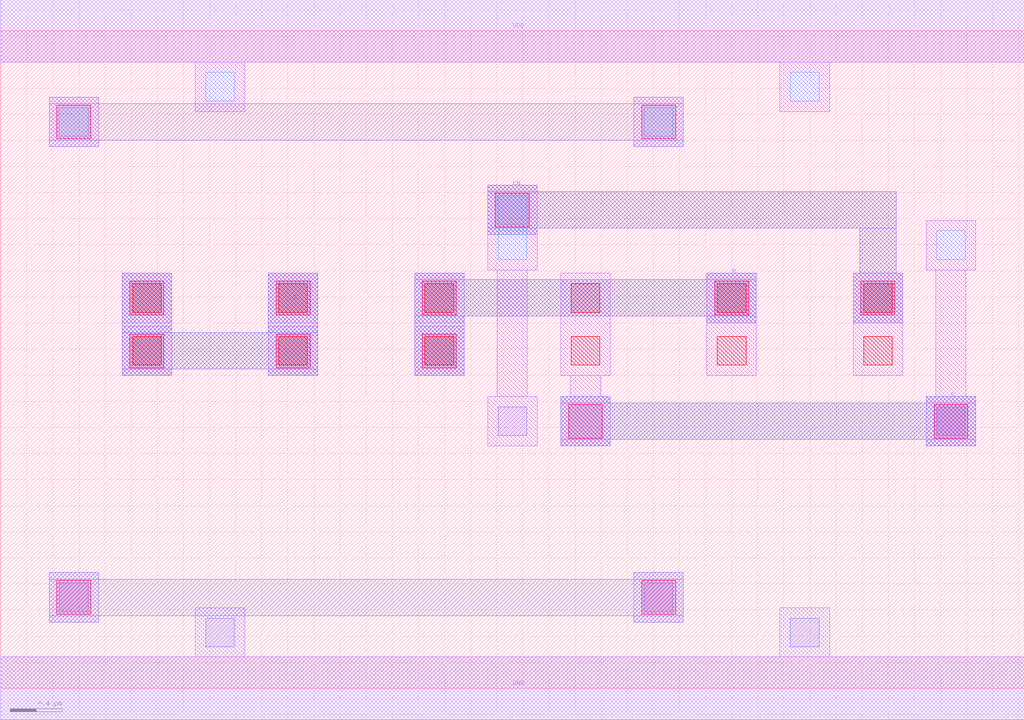
<source format=lef>
MACRO ASYNC1
 CLASS CORE ;
 FOREIGN ASYNC1 0 0 ;
 SIZE 7.84 BY 5.04 ;
 ORIGIN 0 0 ;
 SYMMETRY X Y R90 ;
 SITE unit ;
  PIN VDD
   DIRECTION INOUT ;
   USE POWER ;
   SHAPE ABUTMENT ;
    PORT
     CLASS CORE ;
       LAYER met1 ;
        RECT 0.00000000 4.80000000 7.84000000 5.28000000 ;
    END
  END VDD

  PIN GND
   DIRECTION INOUT ;
   USE POWER ;
   SHAPE ABUTMENT ;
    PORT
     CLASS CORE ;
       LAYER met1 ;
        RECT 0.00000000 -0.24000000 7.84000000 0.24000000 ;
    END
  END GND

  PIN C
   DIRECTION INOUT ;
   USE SIGNAL ;
   SHAPE ABUTMENT ;
    PORT
     CLASS CORE ;
       LAYER met2 ;
        RECT 4.29000000 1.85700000 4.67000000 1.90700000 ;
        RECT 7.09000000 1.85700000 7.47000000 1.90700000 ;
        RECT 4.29000000 1.90700000 7.47000000 2.18700000 ;
        RECT 4.29000000 2.18700000 4.67000000 2.23700000 ;
        RECT 7.09000000 2.18700000 7.47000000 2.23700000 ;
    END
  END C

  PIN CN
   DIRECTION INOUT ;
   USE SIGNAL ;
   SHAPE ABUTMENT ;
    PORT
     CLASS CORE ;
       LAYER met2 ;
        RECT 6.53000000 2.80200000 6.91000000 3.18200000 ;
        RECT 3.73000000 3.47700000 4.11000000 3.52700000 ;
        RECT 6.58000000 3.18200000 6.86000000 3.52700000 ;
        RECT 3.73000000 3.52700000 6.86000000 3.80700000 ;
        RECT 3.73000000 3.80700000 4.11000000 3.85700000 ;
    END
  END CN

  PIN A
   DIRECTION INOUT ;
   USE SIGNAL ;
   SHAPE ABUTMENT ;
    PORT
     CLASS CORE ;
       LAYER met2 ;
        RECT 0.93000000 2.39700000 1.31000000 2.44700000 ;
        RECT 2.05000000 2.39700000 2.43000000 2.44700000 ;
        RECT 0.93000000 2.44700000 2.43000000 2.72700000 ;
        RECT 0.93000000 2.72700000 1.31000000 3.18200000 ;
        RECT 2.05000000 2.72700000 2.43000000 3.18200000 ;
    END
  END A

  PIN B
   DIRECTION INOUT ;
   USE SIGNAL ;
   SHAPE ABUTMENT ;
    PORT
     CLASS CORE ;
       LAYER met2 ;
        RECT 3.17000000 2.39700000 3.55000000 2.85200000 ;
        RECT 5.41000000 2.80200000 5.79000000 2.85200000 ;
        RECT 3.17000000 2.85200000 5.79000000 3.13200000 ;
        RECT 3.17000000 3.13200000 3.55000000 3.18200000 ;
        RECT 5.41000000 3.13200000 5.79000000 3.18200000 ;
    END
  END B

 OBS
    LAYER polycont ;
     RECT 1.01000000 2.47700000 1.23000000 2.69700000 ;
     RECT 2.13000000 2.47700000 2.35000000 2.69700000 ;
     RECT 3.25000000 2.47700000 3.47000000 2.69700000 ;
     RECT 4.37000000 2.47700000 4.59000000 2.69700000 ;
     RECT 5.49000000 2.47700000 5.71000000 2.69700000 ;
     RECT 6.61000000 2.47700000 6.83000000 2.69700000 ;
     RECT 1.01000000 2.88200000 1.23000000 3.10200000 ;
     RECT 2.13000000 2.88200000 2.35000000 3.10200000 ;
     RECT 3.25000000 2.88200000 3.47000000 3.10200000 ;
     RECT 4.37000000 2.88200000 4.59000000 3.10200000 ;
     RECT 5.49000000 2.88200000 5.71000000 3.10200000 ;
     RECT 6.61000000 2.88200000 6.83000000 3.10200000 ;

    LAYER pdiffc ;
     RECT 3.81000000 3.28700000 4.03000000 3.50700000 ;
     RECT 7.17000000 3.28700000 7.39000000 3.50700000 ;
     RECT 3.81000000 3.55700000 4.03000000 3.77700000 ;
     RECT 0.45000000 4.23200000 0.67000000 4.45200000 ;
     RECT 4.93000000 4.23200000 5.15000000 4.45200000 ;
     RECT 1.57000000 4.50200000 1.79000000 4.72200000 ;
     RECT 6.05000000 4.50200000 6.27000000 4.72200000 ;

    LAYER ndiffc ;
     RECT 1.57000000 0.31700000 1.79000000 0.53700000 ;
     RECT 6.05000000 0.31700000 6.27000000 0.53700000 ;
     RECT 0.45000000 0.58700000 0.67000000 0.80700000 ;
     RECT 4.93000000 0.58700000 5.15000000 0.80700000 ;
     RECT 3.81000000 1.93700000 4.03000000 2.15700000 ;
     RECT 7.17000000 1.93700000 7.39000000 2.15700000 ;

    LAYER met1 ;
     RECT 0.00000000 -0.24000000 7.84000000 0.24000000 ;
     RECT 1.49000000 0.24000000 1.87000000 0.61700000 ;
     RECT 5.97000000 0.24000000 6.35000000 0.61700000 ;
     RECT 0.37000000 0.50700000 0.75000000 0.88700000 ;
     RECT 4.85000000 0.50700000 5.23000000 0.88700000 ;
     RECT 0.93000000 2.39700000 1.31000000 2.77700000 ;
     RECT 2.05000000 2.39700000 2.43000000 2.77700000 ;
     RECT 3.17000000 2.39700000 3.55000000 2.77700000 ;
     RECT 0.93000000 2.80200000 1.31000000 3.18200000 ;
     RECT 2.05000000 2.80200000 2.43000000 3.18200000 ;
     RECT 3.17000000 2.80200000 3.55000000 3.18200000 ;
     RECT 4.29000000 1.85700000 4.67000000 2.23700000 ;
     RECT 4.36500000 2.23700000 4.59500000 2.39700000 ;
     RECT 4.29000000 2.39700000 4.67000000 3.18200000 ;
     RECT 5.41000000 2.39700000 5.79000000 3.18200000 ;
     RECT 6.53000000 2.39700000 6.91000000 3.18200000 ;
     RECT 7.09000000 1.85700000 7.47000000 2.23700000 ;
     RECT 7.16500000 2.23700000 7.39500000 3.20700000 ;
     RECT 7.09000000 3.20700000 7.47000000 3.58700000 ;
     RECT 3.73000000 1.85700000 4.11000000 2.23700000 ;
     RECT 3.80500000 2.23700000 4.03500000 3.20700000 ;
     RECT 3.73000000 3.20700000 4.11000000 3.85700000 ;
     RECT 0.37000000 4.15200000 0.75000000 4.53200000 ;
     RECT 4.85000000 4.15200000 5.23000000 4.53200000 ;
     RECT 1.49000000 4.42200000 1.87000000 4.80000000 ;
     RECT 5.97000000 4.42200000 6.35000000 4.80000000 ;
     RECT 0.00000000 4.80000000 7.84000000 5.28000000 ;

    LAYER via1 ;
     RECT 0.43000000 0.56700000 0.69000000 0.82700000 ;
     RECT 4.91000000 0.56700000 5.17000000 0.82700000 ;
     RECT 4.35000000 1.91700000 4.61000000 2.17700000 ;
     RECT 7.15000000 1.91700000 7.41000000 2.17700000 ;
     RECT 0.99000000 2.45700000 1.25000000 2.71700000 ;
     RECT 2.11000000 2.45700000 2.37000000 2.71700000 ;
     RECT 3.23000000 2.45700000 3.49000000 2.71700000 ;
     RECT 0.99000000 2.86200000 1.25000000 3.12200000 ;
     RECT 2.11000000 2.86200000 2.37000000 3.12200000 ;
     RECT 3.23000000 2.86200000 3.49000000 3.12200000 ;
     RECT 5.47000000 2.86200000 5.73000000 3.12200000 ;
     RECT 6.59000000 2.86200000 6.85000000 3.12200000 ;
     RECT 3.79000000 3.53700000 4.05000000 3.79700000 ;
     RECT 0.43000000 4.21200000 0.69000000 4.47200000 ;
     RECT 4.91000000 4.21200000 5.17000000 4.47200000 ;

    LAYER met2 ;
     RECT 0.37000000 0.50700000 0.75000000 0.55700000 ;
     RECT 4.85000000 0.50700000 5.23000000 0.55700000 ;
     RECT 0.37000000 0.55700000 5.23000000 0.83700000 ;
     RECT 0.37000000 0.83700000 0.75000000 0.88700000 ;
     RECT 4.85000000 0.83700000 5.23000000 0.88700000 ;
     RECT 4.29000000 1.85700000 4.67000000 1.90700000 ;
     RECT 7.09000000 1.85700000 7.47000000 1.90700000 ;
     RECT 4.29000000 1.90700000 7.47000000 2.18700000 ;
     RECT 4.29000000 2.18700000 4.67000000 2.23700000 ;
     RECT 7.09000000 2.18700000 7.47000000 2.23700000 ;
     RECT 0.93000000 2.39700000 1.31000000 2.44700000 ;
     RECT 2.05000000 2.39700000 2.43000000 2.44700000 ;
     RECT 0.93000000 2.44700000 2.43000000 2.72700000 ;
     RECT 0.93000000 2.72700000 1.31000000 3.18200000 ;
     RECT 2.05000000 2.72700000 2.43000000 3.18200000 ;
     RECT 3.17000000 2.39700000 3.55000000 2.85200000 ;
     RECT 5.41000000 2.80200000 5.79000000 2.85200000 ;
     RECT 3.17000000 2.85200000 5.79000000 3.13200000 ;
     RECT 3.17000000 3.13200000 3.55000000 3.18200000 ;
     RECT 5.41000000 3.13200000 5.79000000 3.18200000 ;
     RECT 6.53000000 2.80200000 6.91000000 3.18200000 ;
     RECT 3.73000000 3.47700000 4.11000000 3.52700000 ;
     RECT 6.58000000 3.18200000 6.86000000 3.52700000 ;
     RECT 3.73000000 3.52700000 6.86000000 3.80700000 ;
     RECT 3.73000000 3.80700000 4.11000000 3.85700000 ;
     RECT 0.37000000 4.15200000 0.75000000 4.20200000 ;
     RECT 4.85000000 4.15200000 5.23000000 4.20200000 ;
     RECT 0.37000000 4.20200000 5.23000000 4.48200000 ;
     RECT 0.37000000 4.48200000 0.75000000 4.53200000 ;
     RECT 4.85000000 4.48200000 5.23000000 4.53200000 ;

 END
END ASYNC1

</source>
